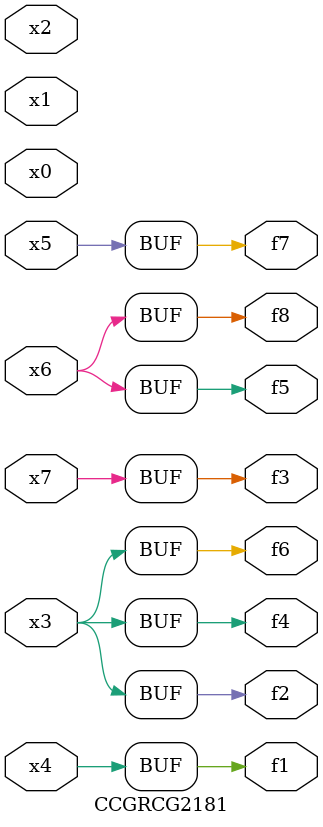
<source format=v>
module CCGRCG2181(
	input x0, x1, x2, x3, x4, x5, x6, x7,
	output f1, f2, f3, f4, f5, f6, f7, f8
);
	assign f1 = x4;
	assign f2 = x3;
	assign f3 = x7;
	assign f4 = x3;
	assign f5 = x6;
	assign f6 = x3;
	assign f7 = x5;
	assign f8 = x6;
endmodule

</source>
